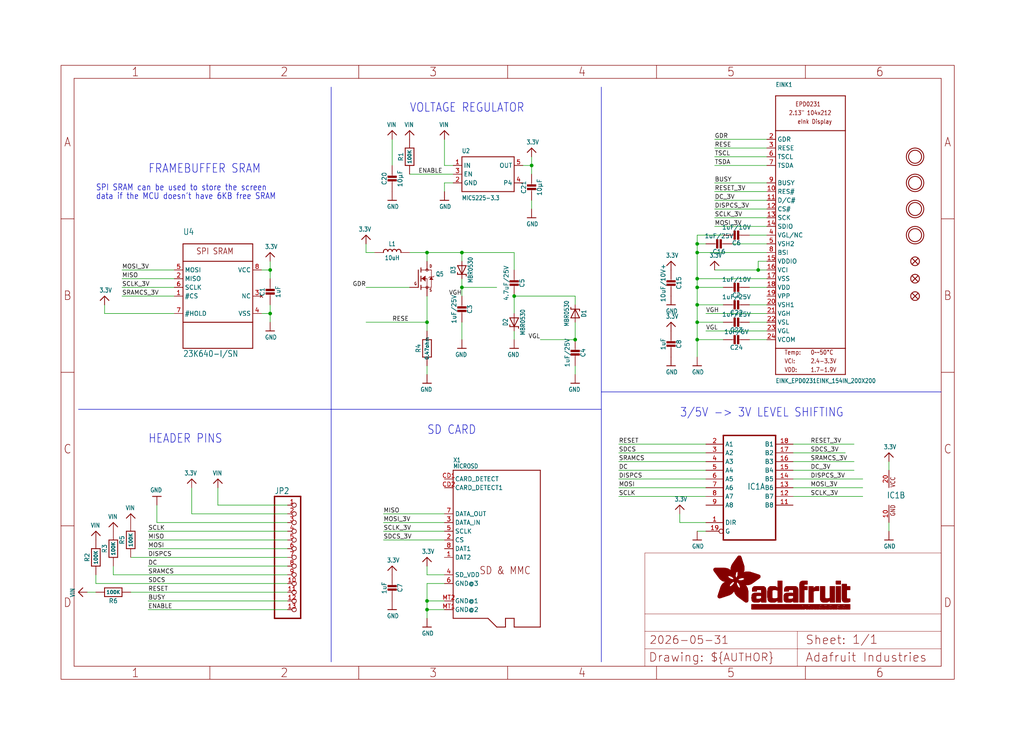
<source format=kicad_sch>
(kicad_sch (version 20230121) (generator eeschema)
  (paper "User" 298.45 217.322)
  (lib_symbols
    (symbol "working-eagle-import:3.3V" (power)
      (property "Value" "3.3V" (at -1.524 1.016 0))
      (symbol "3.3V_1_0"
        (pin power_in line (at 0 -2.54 90) (length 2.54) (name "3.3V") (number "1"))
      )
    )
    (symbol "working-eagle-import:74245TSSOP20"
      (property "Reference" "IC" (at -0.635 -0.635 0))
      (symbol "74245TSSOP20_1_0"
        (pin input line (at -12.7 -10.16 0) (length 5.08) (name "DIR") (number "1"))
        (pin bidirectional line (at 12.7 -5.08 180) (length 5.08) (name "B8") (number "11"))
        (pin bidirectional line (at 12.7 -2.54 180) (length 5.08) (name "B7") (number "12"))
        (pin bidirectional line (at 12.7 0 180) (length 5.08) (name "B6") (number "13"))
        (pin bidirectional line (at 12.7 2.54 180) (length 5.08) (name "B5") (number "14"))
        (pin bidirectional line (at 12.7 5.08 180) (length 5.08) (name "B4") (number "15"))
        (pin bidirectional line (at 12.7 7.62 180) (length 5.08) (name "B3") (number "16"))
        (pin bidirectional line (at 12.7 10.16 180) (length 5.08) (name "B2") (number "17"))
        (pin bidirectional line (at 12.7 12.7 180) (length 5.08) (name "B1") (number "18"))
        (pin input inverted (at -12.7 -12.7 0) (length 5.08) (name "G") (number "19"))
        (pin bidirectional line (at -12.7 12.7 0) (length 5.08) (name "A1") (number "2"))
        (pin bidirectional line (at -12.7 10.16 0) (length 5.08) (name "A2") (number "3"))
        (pin bidirectional line (at -12.7 7.62 0) (length 5.08) (name "A3") (number "4"))
        (pin bidirectional line (at -12.7 5.08 0) (length 5.08) (name "A4") (number "5"))
        (pin bidirectional line (at -12.7 2.54 0) (length 5.08) (name "A5") (number "6"))
        (pin bidirectional line (at -12.7 0 0) (length 5.08) (name "A6") (number "7"))
        (pin bidirectional line (at -12.7 -2.54 0) (length 5.08) (name "A7") (number "8"))
        (pin bidirectional line (at -12.7 -5.08 0) (length 5.08) (name "A8") (number "9"))
      )
      (symbol "74245TSSOP20_2_0"
        (text "GND" (at 1.905 -5.842 900) (effects (font (size 1.27 1.0795)) (justify left bottom)))
        (text "VCC" (at 1.905 2.54 900) (effects (font (size 1.27 1.0795)) (justify left bottom)))
        (pin power_in line (at 0 -7.62 90) (length 5.08) (name "GND") (number "10"))
        (pin power_in line (at 0 7.62 270) (length 5.08) (name "VCC") (number "20"))
      )
    )
    (symbol "working-eagle-import:CAP_CERAMIC0805-NOOUTLINE"
      (property "Reference" "C" (at -2.29 1.25 90))
      (symbol "CAP_CERAMIC0805-NOOUTLINE_1_0"
        (pin passive line (at 0 5.08 270) (length 2.54) (name "1") (number "1"))
        (pin passive line (at 0 -2.54 90) (length 2.54) (name "2") (number "2"))
      )
    )
    (symbol "working-eagle-import:CAP_CERAMIC0805_10MGAP"
      (property "Reference" "C" (at -2.29 1.25 90))
      (symbol "CAP_CERAMIC0805_10MGAP_1_0"
        (pin passive line (at 0 5.08 270) (length 2.54) (name "1") (number "1"))
        (pin passive line (at 0 -2.54 90) (length 2.54) (name "2") (number "2"))
      )
    )
    (symbol "working-eagle-import:DIODE-SCHOTTKYSOD-123"
      (property "Reference" "D" (at 0 2.54 0))
      (symbol "DIODE-SCHOTTKYSOD-123_1_0"
        (pin passive line (at -2.54 0 0) (length 2.54) (name "A") (number "A"))
        (pin passive line (at 2.54 0 180) (length 2.54) (name "C") (number "C"))
      )
    )
    (symbol "working-eagle-import:EINK_EPD0231EINK_154IN_200X200"
      (property "Reference" "EINK" (at -10.16 43.18 0))
      (symbol "EINK_EPD0231EINK_154IN_200X200_1_0"
        (text "0~~50°C" (at 0 -34.925 0) (effects (font (size 1.27 1.0795)) (justify left bottom)))
        (text "1.7-1.9V" (at 0 -40.005 0) (effects (font (size 1.27 1.0795)) (justify left bottom)))
        (text "2.13\" 104x212" (at -6.35 34.925 0) (effects (font (size 1.27 1.0795)) (justify left bottom)))
        (text "2.4-3.3V" (at 0 -37.465 0) (effects (font (size 1.27 1.0795)) (justify left bottom)))
        (text "eInk Display" (at -3.81 32.385 0) (effects (font (size 1.27 1.0795)) (justify left bottom)))
        (text "EPD0231" (at -4.445 37.465 0) (effects (font (size 1.27 1.0795)) (justify left bottom)))
        (text "Temp:" (at -7.62 -34.925 0) (effects (font (size 1.27 1.0795)) (justify left bottom)))
        (text "VCI:" (at -7.62 -37.465 0) (effects (font (size 1.27 1.0795)) (justify left bottom)))
        (text "VDD:" (at -7.62 -40.005 0) (effects (font (size 1.27 1.0795)) (justify left bottom)))
        (pin input line (at -12.7 12.7 0) (length 2.54) (name "RES#") (number "10"))
        (pin input line (at -12.7 10.16 0) (length 2.54) (name "D/C#") (number "11"))
        (pin input line (at -12.7 7.62 0) (length 2.54) (name "CS#") (number "12"))
        (pin bidirectional line (at -12.7 5.08 0) (length 2.54) (name "SCK") (number "13"))
        (pin bidirectional line (at -12.7 2.54 0) (length 2.54) (name "SDIO") (number "14"))
        (pin power_in line (at -12.7 -7.62 0) (length 2.54) (name "VDDIO") (number "15"))
        (pin power_in line (at -12.7 -10.16 0) (length 2.54) (name "VCI") (number "16"))
        (pin power_in line (at -12.7 -12.7 0) (length 2.54) (name "VSS") (number "17"))
        (pin passive line (at -12.7 -15.24 0) (length 2.54) (name "VDD") (number "18"))
        (pin passive line (at -12.7 -17.78 0) (length 2.54) (name "VPP") (number "19"))
        (pin output line (at -12.7 27.94 0) (length 2.54) (name "GDR") (number "2"))
        (pin passive line (at -12.7 -20.32 0) (length 2.54) (name "VSH1") (number "20"))
        (pin passive line (at -12.7 -22.86 0) (length 2.54) (name "VGH") (number "21"))
        (pin passive line (at -12.7 -25.4 0) (length 2.54) (name "VSL") (number "22"))
        (pin passive line (at -12.7 -27.94 0) (length 2.54) (name "VGL") (number "23"))
        (pin passive line (at -12.7 -30.48 0) (length 2.54) (name "VCOM") (number "24"))
        (pin input line (at -12.7 25.4 0) (length 2.54) (name "RESE") (number "3"))
        (pin bidirectional line (at -12.7 0 0) (length 2.54) (name "VGL/NC") (number "4"))
        (pin passive line (at -12.7 -2.54 0) (length 2.54) (name "VSH2") (number "5"))
        (pin output line (at -12.7 22.86 0) (length 2.54) (name "TSCL") (number "6"))
        (pin bidirectional line (at -12.7 20.32 0) (length 2.54) (name "TSDA") (number "7"))
        (pin input line (at -12.7 -5.08 0) (length 2.54) (name "BSI") (number "8"))
        (pin output line (at -12.7 15.24 0) (length 2.54) (name "BUSY") (number "9"))
      )
    )
    (symbol "working-eagle-import:FIDUCIAL_1MM")
    (symbol "working-eagle-import:FRAME_A4_ADAFRUIT"
      (symbol "FRAME_A4_ADAFRUIT_1_0"
        (text "${#}/${##}" (at 230.505 10.16 0) (effects (font (size 2.54 2.54)) (justify left bottom)))
        (text "${AUTHOR}" (at 189.23 5.08 0) (effects (font (size 2.286 2.286)) (justify left bottom)))
        (text "${CURRENT_DATE}" (at 171.45 10.16 0) (effects (font (size 2.286 2.286)) (justify left bottom)))
        (text "${PROJECTNAME}" (at 171.45 15.24 0) (effects (font (size 2.54 2.54)) (justify left bottom)))
        (text "1" (at 21.6958 1.905 0) (effects (font (size 2.54 2.286))))
        (text "1" (at 21.6958 177.165 0) (effects (font (size 2.54 2.286))))
        (text "2" (at 65.0875 1.905 0) (effects (font (size 2.54 2.286))))
        (text "2" (at 65.0875 177.165 0) (effects (font (size 2.54 2.286))))
        (text "3" (at 108.4792 1.905 0) (effects (font (size 2.54 2.286))))
        (text "3" (at 108.4792 177.165 0) (effects (font (size 2.54 2.286))))
        (text "4" (at 151.8708 1.905 0) (effects (font (size 2.54 2.286))))
        (text "4" (at 151.8708 177.165 0) (effects (font (size 2.54 2.286))))
        (text "5" (at 195.2625 1.905 0) (effects (font (size 2.54 2.286))))
        (text "5" (at 195.2625 177.165 0) (effects (font (size 2.54 2.286))))
        (text "6" (at 238.6542 1.905 0) (effects (font (size 2.54 2.286))))
        (text "6" (at 238.6542 177.165 0) (effects (font (size 2.54 2.286))))
        (text "A" (at 1.905 156.6863 0) (effects (font (size 2.54 2.286))))
        (text "A" (at 258.445 156.6863 0) (effects (font (size 2.54 2.286))))
        (text "Adafruit Industries" (at 216.916 4.953 0) (effects (font (size 2.54 2.54)) (justify left bottom)))
        (text "B" (at 1.905 111.9188 0) (effects (font (size 2.54 2.286))))
        (text "B" (at 258.445 111.9188 0) (effects (font (size 2.54 2.286))))
        (text "C" (at 1.905 67.1513 0) (effects (font (size 2.54 2.286))))
        (text "C" (at 258.445 67.1513 0) (effects (font (size 2.54 2.286))))
        (text "D" (at 1.905 22.3838 0) (effects (font (size 2.54 2.286))))
        (text "D" (at 258.445 22.3838 0) (effects (font (size 2.54 2.286))))
        (text "Drawing:" (at 171.196 4.953 0) (effects (font (size 2.54 2.54)) (justify left bottom)))
        (text "Sheet:" (at 216.916 10.033 0) (effects (font (size 2.54 2.54)) (justify left bottom)))
      )
    )
    (symbol "working-eagle-import:GND" (power)
      (property "Value" "GND" (at -1.524 -2.54 0))
      (symbol "GND_1_0"
        (pin power_in line (at 0 2.54 270) (length 2.54) (name "GND") (number "1"))
      )
    )
    (symbol "working-eagle-import:HEADER-1X13"
      (property "Reference" "JP" (at -6.35 18.415 0))
      (symbol "HEADER-1X13_1_0"
        (pin passive inverted (at -2.54 15.24 0) (length 2.54) (name "1") (number "1"))
        (pin passive inverted (at -2.54 -7.62 0) (length 2.54) (name "10") (number "10"))
        (pin passive inverted (at -2.54 -10.16 0) (length 2.54) (name "11") (number "11"))
        (pin passive inverted (at -2.54 -12.7 0) (length 2.54) (name "12") (number "12"))
        (pin passive inverted (at -2.54 -15.24 0) (length 2.54) (name "13") (number "13"))
        (pin passive inverted (at -2.54 12.7 0) (length 2.54) (name "2") (number "2"))
        (pin passive inverted (at -2.54 10.16 0) (length 2.54) (name "3") (number "3"))
        (pin passive inverted (at -2.54 7.62 0) (length 2.54) (name "4") (number "4"))
        (pin passive inverted (at -2.54 5.08 0) (length 2.54) (name "5") (number "5"))
        (pin passive inverted (at -2.54 2.54 0) (length 2.54) (name "6") (number "6"))
        (pin passive inverted (at -2.54 0 0) (length 2.54) (name "7") (number "7"))
        (pin passive inverted (at -2.54 -2.54 0) (length 2.54) (name "8") (number "8"))
        (pin passive inverted (at -2.54 -5.08 0) (length 2.54) (name "9") (number "9"))
      )
    )
    (symbol "working-eagle-import:INDUCTORNR401"
      (property "Reference" "L" (at 0 2.54 0))
      (symbol "INDUCTORNR401_1_0"
        (pin passive line (at -5.08 0 0) (length 2.54) (name "1") (number "P$1"))
        (pin passive line (at 5.08 0 180) (length 2.54) (name "2") (number "P$2"))
      )
    )
    (symbol "working-eagle-import:IRLML2060TRPBF"
      (property "Reference" "Q" (at 5.08 0.635 0))
      (symbol "IRLML2060TRPBF_1_0"
        (text "D" (at 3.175 3.175 0) (effects (font (size 0.8128 0.6908)) (justify left bottom)))
        (text "G" (at -1.27 -1.905 0) (effects (font (size 0.8128 0.6908)) (justify left bottom)))
        (text "S" (at 3.175 -3.81 0) (effects (font (size 0.8128 0.6908)) (justify left bottom)))
        (pin bidirectional line (at -2.54 -2.54 0) (length 2.54) (name "G") (number "1"))
        (pin bidirectional line (at 2.54 -5.08 90) (length 2.54) (name "S") (number "2"))
        (pin bidirectional line (at 2.54 5.08 270) (length 2.54) (name "D") (number "3"))
      )
    )
    (symbol "working-eagle-import:MICROSD"
      (property "Reference" "X" (at -12.7 22.606 0))
      (symbol "MICROSD_1_0"
        (text "SD & MMC" (at -5.08 -10.16 0) (effects (font (size 2.1844 1.8567)) (justify left bottom)))
        (pin bidirectional line (at -15.24 -5.08 0) (length 2.54) (name "DAT2") (number "1"))
        (pin input line (at -15.24 0 0) (length 2.54) (name "CS") (number "2"))
        (pin input line (at -15.24 5.08 0) (length 2.54) (name "DATA_IN") (number "3"))
        (pin power_in line (at -15.24 -10.16 0) (length 2.54) (name "SD_VDD") (number "4"))
        (pin input line (at -15.24 2.54 0) (length 2.54) (name "SCLK") (number "5"))
        (pin power_in line (at -15.24 -12.7 0) (length 2.54) (name "GND@3") (number "6"))
        (pin output line (at -15.24 7.62 0) (length 2.54) (name "DATA_OUT") (number "7"))
        (pin bidirectional line (at -15.24 -2.54 0) (length 2.54) (name "DAT1") (number "8"))
        (pin passive line (at -15.24 17.78 0) (length 2.54) (name "CARD_DETECT") (number "CD1"))
        (pin passive line (at -15.24 15.24 0) (length 2.54) (name "CARD_DETECT1") (number "CD2"))
        (pin power_in line (at -15.24 -20.32 0) (length 2.54) (name "GND@2") (number "MT1"))
        (pin power_in line (at -15.24 -17.78 0) (length 2.54) (name "GND@1") (number "MT2"))
      )
    )
    (symbol "working-eagle-import:MOUNTINGHOLE2.5")
    (symbol "working-eagle-import:RESISTOR0805_10MGAP"
      (property "Reference" "R" (at 0 2.54 0))
      (symbol "RESISTOR0805_10MGAP_1_0"
        (pin passive line (at -5.08 0 0) (length 2.54) (name "1") (number "1"))
        (pin passive line (at 5.08 0 180) (length 2.54) (name "2") (number "2"))
      )
    )
    (symbol "working-eagle-import:RESISTOR0805_NOOUTLINE"
      (property "Reference" "R" (at 0 2.54 0))
      (symbol "RESISTOR0805_NOOUTLINE_1_0"
        (pin passive line (at -5.08 0 0) (length 2.54) (name "1") (number "1"))
        (pin passive line (at 5.08 0 180) (length 2.54) (name "2") (number "2"))
      )
    )
    (symbol "working-eagle-import:SRAM_SPI_SOIC8"
      (property "Reference" "U" (at -10.16 17.78 0))
      (symbol "SRAM_SPI_SOIC8_1_0"
        (text "SPI SRAM" (at -6.35 12.065 0) (effects (font (size 1.778 1.5113)) (justify left bottom)))
        (pin input line (at -12.7 0 0) (length 2.54) (name "#CS") (number "1"))
        (pin output line (at -12.7 5.08 0) (length 2.54) (name "MISO") (number "2"))
        (pin no_connect line (at 12.7 0 180) (length 2.54) (name "NC") (number "3"))
        (pin power_in line (at 12.7 -5.08 180) (length 2.54) (name "VSS") (number "4"))
        (pin input line (at -12.7 7.62 0) (length 2.54) (name "MOSI") (number "5"))
        (pin input line (at -12.7 2.54 0) (length 2.54) (name "SCLK") (number "6"))
        (pin input line (at -12.7 -5.08 0) (length 2.54) (name "#HOLD") (number "7"))
        (pin power_in line (at 12.7 7.62 180) (length 2.54) (name "VCC") (number "8"))
      )
    )
    (symbol "working-eagle-import:VIN" (power)
      (property "Value" "VIN" (at -1.524 1.016 0))
      (symbol "VIN_1_0"
        (pin power_in line (at 0 -2.54 90) (length 2.54) (name "VIN") (number "1"))
      )
    )
    (symbol "working-eagle-import:VREG_SOT23-5"
      (property "Reference" "U" (at -7.62 6.096 0))
      (symbol "VREG_SOT23-5_1_0"
        (pin power_in line (at -10.16 2.54 0) (length 2.54) (name "IN") (number "1"))
        (pin power_in line (at -10.16 -2.54 0) (length 2.54) (name "GND") (number "2"))
        (pin input line (at -10.16 0 0) (length 2.54) (name "EN") (number "3"))
        (pin bidirectional line (at 10.16 -2.54 180) (length 2.54) (name "P4") (number "4"))
        (pin power_in line (at 10.16 2.54 180) (length 2.54) (name "OUT") (number "5"))
      )
    )
  )
  (junction (at 134.62 83.82))
  (junction (at 203.2 83.82))
  (junction (at 134.62 73.66))
  (junction (at 203.2 71.12))
  (junction (at 149.86 86.36))
  (junction (at 124.46 73.66))
  (junction (at 203.2 73.66))
  (junction (at 203.2 81.28))
  (junction (at 167.64 99.06))
  (junction (at 203.2 93.98))
  (junction (at 220.98 78.74))
  (junction (at 78.74 91.44))
  (junction (at 124.46 93.98))
  (junction (at 203.2 88.9))
  (junction (at 78.74 78.74))
  (junction (at 203.2 99.06))
  (junction (at 154.94 48.26))
  (junction (at 124.46 177.8))
  (junction (at 124.46 175.26))
  (wire (pts (xy 223.52 53.34) (xy 208.28 53.34)) (stroke (width 0.1524)))
  (wire (pts (xy 45.72 147.32) (xy 45.72 152.4)) (stroke (width 0.1524)))
  (wire (pts (xy 223.52 71.12) (xy 213.36 71.12)) (stroke (width 0.1524)))
  (wire (pts (xy 154.94 58.42) (xy 154.94 60.96)) (stroke (width 0.1524)))
  (wire (pts (xy 132.08 48.26) (xy 129.54 48.26)) (stroke (width 0.1524)))
  (wire (pts (xy 45.72 152.4) (xy 83.82 152.4)) (stroke (width 0.1524)))
  (wire (pts (xy 33.02 167.64) (xy 33.02 165.1)) (stroke (width 0.1524)))
  (wire (pts (xy 124.46 86.36) (xy 124.46 93.98)) (stroke (width 0.1524)))
  (wire (pts (xy 83.82 162.56) (xy 38.1 162.56)) (stroke (width 0.1524)))
  (polyline (pts (xy 175.26 114.3) (xy 274.32 114.3)) (stroke (width 0.1524) (type solid)))
  (wire (pts (xy 129.54 167.64) (xy 124.46 167.64)) (stroke (width 0.1524)))
  (wire (pts (xy 205.74 132.08) (xy 180.34 132.08)) (stroke (width 0.1524)))
  (wire (pts (xy 223.52 83.82) (xy 218.44 83.82)) (stroke (width 0.1524)))
  (wire (pts (xy 218.44 88.9) (xy 223.52 88.9)) (stroke (width 0.1524)))
  (wire (pts (xy 203.2 93.98) (xy 203.2 88.9)) (stroke (width 0.1524)))
  (wire (pts (xy 152.4 48.26) (xy 154.94 48.26)) (stroke (width 0.1524)))
  (wire (pts (xy 205.74 129.54) (xy 180.34 129.54)) (stroke (width 0.1524)))
  (wire (pts (xy 78.74 78.74) (xy 78.74 76.2)) (stroke (width 0.1524)))
  (wire (pts (xy 259.08 154.94) (xy 259.08 152.4)) (stroke (width 0.1524)))
  (wire (pts (xy 205.74 137.16) (xy 180.34 137.16)) (stroke (width 0.1524)))
  (wire (pts (xy 210.82 88.9) (xy 203.2 88.9)) (stroke (width 0.1524)))
  (polyline (pts (xy 96.52 25.4) (xy 96.52 119.38)) (stroke (width 0.1524) (type solid)))
  (wire (pts (xy 203.2 71.12) (xy 205.74 71.12)) (stroke (width 0.1524)))
  (wire (pts (xy 208.28 45.72) (xy 223.52 45.72)) (stroke (width 0.1524)))
  (wire (pts (xy 157.48 99.06) (xy 167.64 99.06)) (stroke (width 0.1524)))
  (wire (pts (xy 129.54 149.86) (xy 111.76 149.86)) (stroke (width 0.1524)))
  (wire (pts (xy 27.94 170.18) (xy 27.94 167.64)) (stroke (width 0.1524)))
  (wire (pts (xy 231.14 129.54) (xy 248.92 129.54)) (stroke (width 0.1524)))
  (wire (pts (xy 210.82 83.82) (xy 203.2 83.82)) (stroke (width 0.1524)))
  (wire (pts (xy 114.3 40.64) (xy 114.3 48.26)) (stroke (width 0.1524)))
  (wire (pts (xy 208.28 55.88) (xy 223.52 55.88)) (stroke (width 0.1524)))
  (polyline (pts (xy 96.52 119.38) (xy 96.52 193.04)) (stroke (width 0.1524) (type solid)))
  (wire (pts (xy 205.74 142.24) (xy 180.34 142.24)) (stroke (width 0.1524)))
  (wire (pts (xy 132.08 50.8) (xy 119.38 50.8)) (stroke (width 0.1524)))
  (wire (pts (xy 198.12 152.4) (xy 198.12 149.86)) (stroke (width 0.1524)))
  (polyline (pts (xy 175.26 25.4) (xy 175.26 114.3)) (stroke (width 0.1524) (type solid)))
  (wire (pts (xy 76.2 78.74) (xy 78.74 78.74)) (stroke (width 0.1524)))
  (wire (pts (xy 78.74 88.9) (xy 78.74 91.44)) (stroke (width 0.1524)))
  (wire (pts (xy 203.2 81.28) (xy 203.2 73.66)) (stroke (width 0.1524)))
  (wire (pts (xy 149.86 91.44) (xy 149.86 86.36)) (stroke (width 0.1524)))
  (wire (pts (xy 35.56 78.74) (xy 50.8 78.74)) (stroke (width 0.1524)))
  (wire (pts (xy 208.28 63.5) (xy 223.52 63.5)) (stroke (width 0.1524)))
  (wire (pts (xy 106.68 73.66) (xy 109.22 73.66)) (stroke (width 0.1524)))
  (wire (pts (xy 223.52 66.04) (xy 208.28 66.04)) (stroke (width 0.1524)))
  (wire (pts (xy 203.2 73.66) (xy 203.2 71.12)) (stroke (width 0.1524)))
  (wire (pts (xy 231.14 144.78) (xy 251.46 144.78)) (stroke (width 0.1524)))
  (polyline (pts (xy 175.26 119.38) (xy 175.26 193.04)) (stroke (width 0.1524) (type solid)))
  (wire (pts (xy 231.14 132.08) (xy 246.38 132.08)) (stroke (width 0.1524)))
  (wire (pts (xy 106.68 83.82) (xy 119.38 83.82)) (stroke (width 0.1524)))
  (wire (pts (xy 83.82 170.18) (xy 27.94 170.18)) (stroke (width 0.1524)))
  (wire (pts (xy 83.82 149.86) (xy 55.88 149.86)) (stroke (width 0.1524)))
  (wire (pts (xy 106.68 71.12) (xy 106.68 73.66)) (stroke (width 0.1524)))
  (wire (pts (xy 231.14 134.62) (xy 248.92 134.62)) (stroke (width 0.1524)))
  (wire (pts (xy 134.62 93.98) (xy 134.62 99.06)) (stroke (width 0.1524)))
  (polyline (pts (xy 22.86 119.38) (xy 96.52 119.38)) (stroke (width 0.1524) (type solid)))
  (wire (pts (xy 210.82 93.98) (xy 203.2 93.98)) (stroke (width 0.1524)))
  (wire (pts (xy 134.62 73.66) (xy 134.62 76.2)) (stroke (width 0.1524)))
  (wire (pts (xy 63.5 147.32) (xy 83.82 147.32)) (stroke (width 0.1524)))
  (wire (pts (xy 231.14 137.16) (xy 248.92 137.16)) (stroke (width 0.1524)))
  (wire (pts (xy 83.82 177.8) (xy 43.18 177.8)) (stroke (width 0.1524)))
  (wire (pts (xy 38.1 172.72) (xy 83.82 172.72)) (stroke (width 0.1524)))
  (wire (pts (xy 83.82 167.64) (xy 33.02 167.64)) (stroke (width 0.1524)))
  (wire (pts (xy 111.76 154.94) (xy 129.54 154.94)) (stroke (width 0.1524)))
  (wire (pts (xy 203.2 83.82) (xy 203.2 81.28)) (stroke (width 0.1524)))
  (wire (pts (xy 124.46 170.18) (xy 124.46 175.26)) (stroke (width 0.1524)))
  (wire (pts (xy 218.44 99.06) (xy 223.52 99.06)) (stroke (width 0.1524)))
  (wire (pts (xy 203.2 104.14) (xy 203.2 99.06)) (stroke (width 0.1524)))
  (wire (pts (xy 203.2 99.06) (xy 203.2 93.98)) (stroke (width 0.1524)))
  (wire (pts (xy 132.08 53.34) (xy 129.54 53.34)) (stroke (width 0.1524)))
  (wire (pts (xy 43.18 165.1) (xy 83.82 165.1)) (stroke (width 0.1524)))
  (wire (pts (xy 210.82 99.06) (xy 203.2 99.06)) (stroke (width 0.1524)))
  (wire (pts (xy 259.08 134.62) (xy 259.08 137.16)) (stroke (width 0.1524)))
  (wire (pts (xy 208.28 48.26) (xy 223.52 48.26)) (stroke (width 0.1524)))
  (wire (pts (xy 50.8 81.28) (xy 35.56 81.28)) (stroke (width 0.1524)))
  (wire (pts (xy 63.5 147.32) (xy 63.5 142.24)) (stroke (width 0.1524)))
  (wire (pts (xy 50.8 91.44) (xy 30.48 91.44)) (stroke (width 0.1524)))
  (wire (pts (xy 220.98 78.74) (xy 208.28 78.74)) (stroke (width 0.1524)))
  (wire (pts (xy 124.46 96.52) (xy 124.46 93.98)) (stroke (width 0.1524)))
  (wire (pts (xy 180.34 139.7) (xy 205.74 139.7)) (stroke (width 0.1524)))
  (wire (pts (xy 208.28 43.18) (xy 223.52 43.18)) (stroke (width 0.1524)))
  (wire (pts (xy 220.98 78.74) (xy 223.52 78.74)) (stroke (width 0.1524)))
  (polyline (pts (xy 96.52 119.38) (xy 175.26 119.38)) (stroke (width 0.1524) (type solid)))
  (wire (pts (xy 134.62 86.36) (xy 134.62 83.82)) (stroke (width 0.1524)))
  (wire (pts (xy 223.52 73.66) (xy 203.2 73.66)) (stroke (width 0.1524)))
  (wire (pts (xy 124.46 167.64) (xy 124.46 165.1)) (stroke (width 0.1524)))
  (wire (pts (xy 223.52 96.52) (xy 205.74 96.52)) (stroke (width 0.1524)))
  (wire (pts (xy 208.28 60.96) (xy 223.52 60.96)) (stroke (width 0.1524)))
  (wire (pts (xy 203.2 154.94) (xy 205.74 154.94)) (stroke (width 0.1524)))
  (wire (pts (xy 231.14 142.24) (xy 251.46 142.24)) (stroke (width 0.1524)))
  (wire (pts (xy 129.54 48.26) (xy 129.54 40.64)) (stroke (width 0.1524)))
  (wire (pts (xy 205.74 152.4) (xy 198.12 152.4)) (stroke (width 0.1524)))
  (wire (pts (xy 83.82 157.48) (xy 43.18 157.48)) (stroke (width 0.1524)))
  (wire (pts (xy 167.64 109.22) (xy 167.64 106.68)) (stroke (width 0.1524)))
  (wire (pts (xy 129.54 157.48) (xy 111.76 157.48)) (stroke (width 0.1524)))
  (wire (pts (xy 203.2 68.58) (xy 203.2 71.12)) (stroke (width 0.1524)))
  (wire (pts (xy 124.46 109.22) (xy 124.46 106.68)) (stroke (width 0.1524)))
  (wire (pts (xy 144.78 83.82) (xy 134.62 83.82)) (stroke (width 0.1524)))
  (wire (pts (xy 223.52 76.2) (xy 220.98 76.2)) (stroke (width 0.1524)))
  (wire (pts (xy 149.86 73.66) (xy 149.86 78.74)) (stroke (width 0.1524)))
  (wire (pts (xy 129.54 53.34) (xy 129.54 55.88)) (stroke (width 0.1524)))
  (wire (pts (xy 83.82 160.02) (xy 43.18 160.02)) (stroke (width 0.1524)))
  (wire (pts (xy 167.64 86.36) (xy 149.86 86.36)) (stroke (width 0.1524)))
  (wire (pts (xy 83.82 154.94) (xy 43.18 154.94)) (stroke (width 0.1524)))
  (wire (pts (xy 180.34 144.78) (xy 205.74 144.78)) (stroke (width 0.1524)))
  (wire (pts (xy 205.74 134.62) (xy 180.34 134.62)) (stroke (width 0.1524)))
  (wire (pts (xy 43.18 175.26) (xy 83.82 175.26)) (stroke (width 0.1524)))
  (wire (pts (xy 167.64 99.06) (xy 167.64 93.98)) (stroke (width 0.1524)))
  (wire (pts (xy 111.76 152.4) (xy 129.54 152.4)) (stroke (width 0.1524)))
  (wire (pts (xy 27.94 172.72) (xy 25.4 172.72)) (stroke (width 0.1524)))
  (wire (pts (xy 154.94 48.26) (xy 154.94 50.8)) (stroke (width 0.1524)))
  (wire (pts (xy 223.52 81.28) (xy 203.2 81.28)) (stroke (width 0.1524)))
  (wire (pts (xy 134.62 81.28) (xy 134.62 83.82)) (stroke (width 0.1524)))
  (wire (pts (xy 223.52 58.42) (xy 208.28 58.42)) (stroke (width 0.1524)))
  (wire (pts (xy 124.46 177.8) (xy 124.46 180.34)) (stroke (width 0.1524)))
  (wire (pts (xy 55.88 149.86) (xy 55.88 142.24)) (stroke (width 0.1524)))
  (wire (pts (xy 223.52 68.58) (xy 218.44 68.58)) (stroke (width 0.1524)))
  (wire (pts (xy 223.52 91.44) (xy 205.74 91.44)) (stroke (width 0.1524)))
  (wire (pts (xy 35.56 86.36) (xy 50.8 86.36)) (stroke (width 0.1524)))
  (wire (pts (xy 35.56 83.82) (xy 50.8 83.82)) (stroke (width 0.1524)))
  (polyline (pts (xy 175.26 114.3) (xy 175.26 119.38)) (stroke (width 0.1524) (type solid)))
  (wire (pts (xy 134.62 73.66) (xy 149.86 73.66)) (stroke (width 0.1524)))
  (wire (pts (xy 167.64 88.9) (xy 167.64 86.36)) (stroke (width 0.1524)))
  (wire (pts (xy 129.54 177.8) (xy 124.46 177.8)) (stroke (width 0.1524)))
  (wire (pts (xy 124.46 73.66) (xy 119.38 73.66)) (stroke (width 0.1524)))
  (wire (pts (xy 210.82 68.58) (xy 203.2 68.58)) (stroke (width 0.1524)))
  (wire (pts (xy 78.74 91.44) (xy 78.74 93.98)) (stroke (width 0.1524)))
  (wire (pts (xy 76.2 91.44) (xy 78.74 91.44)) (stroke (width 0.1524)))
  (wire (pts (xy 203.2 88.9) (xy 203.2 83.82)) (stroke (width 0.1524)))
  (wire (pts (xy 223.52 40.64) (xy 208.28 40.64)) (stroke (width 0.1524)))
  (wire (pts (xy 231.14 139.7) (xy 251.46 139.7)) (stroke (width 0.1524)))
  (wire (pts (xy 124.46 73.66) (xy 134.62 73.66)) (stroke (width 0.1524)))
  (wire (pts (xy 124.46 175.26) (xy 124.46 177.8)) (stroke (width 0.1524)))
  (wire (pts (xy 124.46 76.2) (xy 124.46 73.66)) (stroke (width 0.1524)))
  (wire (pts (xy 149.86 96.52) (xy 149.86 99.06)) (stroke (width 0.1524)))
  (wire (pts (xy 129.54 170.18) (xy 124.46 170.18)) (stroke (width 0.1524)))
  (wire (pts (xy 78.74 78.74) (xy 78.74 81.28)) (stroke (width 0.1524)))
  (wire (pts (xy 154.94 48.26) (xy 154.94 45.72)) (stroke (width 0.1524)))
  (wire (pts (xy 218.44 93.98) (xy 223.52 93.98)) (stroke (width 0.1524)))
  (wire (pts (xy 129.54 175.26) (xy 124.46 175.26)) (stroke (width 0.1524)))
  (wire (pts (xy 30.48 91.44) (xy 30.48 88.9)) (stroke (width 0.1524)))
  (wire (pts (xy 124.46 93.98) (xy 106.68 93.98)) (stroke (width 0.1524)))
  (wire (pts (xy 220.98 76.2) (xy 220.98 78.74)) (stroke (width 0.1524)))
  (text "SPI SRAM can be used to store the screen" (at 27.94 55.88 0) (effects (font (size 1.778 1.5113)) (justify left bottom)))
  (text "HEADER PINS" (at 43.18 129.54 0) (effects (font (size 2.54 2.159)) (justify left bottom)))
  (text "data if the MCU doesn't have 6KB free SRAM" (at 27.94 58.42 0) (effects (font (size 1.778 1.5113)) (justify left bottom)))
  (text "FRAMEBUFFER SRAM" (at 43.18 50.8 0) (effects (font (size 2.54 2.159)) (justify left bottom)))
  (text "3/5V -> 3V LEVEL SHIFTING" (at 198.12 121.92 0) (effects (font (size 2.54 2.159)) (justify left bottom)))
  (text "VOLTAGE REGULATOR" (at 119.38 33.02 0) (effects (font (size 2.54 2.159)) (justify left bottom)))
  (text "SD CARD" (at 124.46 127 0) (effects (font (size 2.54 2.159)) (justify left bottom)))
  (label "TSCL" (at 208.28 45.72 0) (effects (font (size 1.2446 1.2446))))
  (label "SCLK_3V" (at 35.56 83.82 0) (effects (font (size 1.2446 1.2446))))
  (label "MOSI" (at 180.34 142.24 0) (effects (font (size 1.2446 1.2446))))
  (label "BUSY" (at 208.28 53.34 0) (effects (font (size 1.2446 1.2446))))
  (label "VGL" (at 205.74 96.52 0) (effects (font (size 1.2446 1.2446))))
  (label "VGH" (at 134.62 86.36 180) (effects (font (size 1.2446 1.2446))))
  (label "SDCS_3V" (at 236.22 132.08 0) (effects (font (size 1.2446 1.2446))))
  (label "DC" (at 43.18 165.1 0) (effects (font (size 1.2446 1.2446))))
  (label "DC_3V" (at 208.28 58.42 0) (effects (font (size 1.2446 1.2446))))
  (label "BUSY" (at 43.18 175.26 0) (effects (font (size 1.2446 1.2446))))
  (label "MOSI_3V" (at 111.76 152.4 0) (effects (font (size 1.2446 1.2446))))
  (label "SRAMCS" (at 180.34 134.62 0) (effects (font (size 1.2446 1.2446))))
  (label "SCLK_3V" (at 208.28 63.5 0) (effects (font (size 1.2446 1.2446))))
  (label "RESET_3V" (at 208.28 55.88 0) (effects (font (size 1.2446 1.2446))))
  (label "VGH" (at 205.74 91.44 0) (effects (font (size 1.2446 1.2446))))
  (label "TSDA" (at 208.28 48.26 0) (effects (font (size 1.2446 1.2446))))
  (label "MISO" (at 35.56 81.28 0) (effects (font (size 1.2446 1.2446))))
  (label "RESET" (at 180.34 129.54 0) (effects (font (size 1.2446 1.2446))))
  (label "RESE" (at 208.28 43.18 0) (effects (font (size 1.2446 1.2446))))
  (label "MOSI" (at 43.18 160.02 0) (effects (font (size 1.2446 1.2446))))
  (label "DISPCS_3V" (at 208.28 60.96 0) (effects (font (size 1.2446 1.2446))))
  (label "DC" (at 180.34 137.16 0) (effects (font (size 1.2446 1.2446))))
  (label "MOSI_3V" (at 208.28 66.04 0) (effects (font (size 1.2446 1.2446))))
  (label "SRAMCS_3V" (at 236.22 134.62 0) (effects (font (size 1.2446 1.2446))))
  (label "MISO" (at 111.76 149.86 0) (effects (font (size 1.2446 1.2446))))
  (label "ENABLE" (at 121.92 50.8 0) (effects (font (size 1.2446 1.2446))))
  (label "SCLK_3V" (at 111.76 154.94 0) (effects (font (size 1.2446 1.2446))))
  (label "ENABLE" (at 43.18 177.8 0) (effects (font (size 1.2446 1.2446))))
  (label "SCLK" (at 180.34 144.78 0) (effects (font (size 1.2446 1.2446))))
  (label "DISPCS" (at 43.18 162.56 0) (effects (font (size 1.2446 1.2446))))
  (label "RESE" (at 114.3 93.98 0) (effects (font (size 1.2446 1.2446))))
  (label "SCLK_3V" (at 236.22 144.78 0) (effects (font (size 1.2446 1.2446))))
  (label "SCLK" (at 43.18 154.94 0) (effects (font (size 1.2446 1.2446))))
  (label "DC_3V" (at 236.22 137.16 0) (effects (font (size 1.2446 1.2446))))
  (label "SRAMCS" (at 43.18 167.64 0) (effects (font (size 1.2446 1.2446))))
  (label "GDR" (at 106.68 83.82 180) (effects (font (size 1.2446 1.2446))))
  (label "VGL" (at 157.48 99.06 180) (effects (font (size 1.2446 1.2446))))
  (label "MOSI_3V" (at 236.22 142.24 0) (effects (font (size 1.2446 1.2446))))
  (label "SDCS_3V" (at 111.76 157.48 0) (effects (font (size 1.2446 1.2446))))
  (label "SDCS" (at 180.34 132.08 0) (effects (font (size 1.2446 1.2446))))
  (label "GDR" (at 208.28 40.64 0) (effects (font (size 1.2446 1.2446))))
  (label "DISPCS" (at 180.34 139.7 0) (effects (font (size 1.2446 1.2446))))
  (label "SRAMCS_3V" (at 35.56 86.36 0) (effects (font (size 1.2446 1.2446))))
  (label "DISPCS_3V" (at 236.22 139.7 0) (effects (font (size 1.2446 1.2446))))
  (label "MISO" (at 43.18 157.48 0) (effects (font (size 1.2446 1.2446))))
  (label "RESET_3V" (at 236.22 129.54 0) (effects (font (size 1.2446 1.2446))))
  (label "MOSI_3V" (at 35.56 78.74 0) (effects (font (size 1.2446 1.2446))))
  (label "SDCS" (at 43.18 170.18 0) (effects (font (size 1.2446 1.2446))))
  (label "RESET" (at 43.18 172.72 0) (effects (font (size 1.2446 1.2446))))
  (symbol (lib_id "working-eagle-import:GND") (at 203.2 106.68 0) (unit 1)
    (property "Reference" "#U$15" (effects hide))
    (property "Value" "GND" (at 201.676 109.22 0) (effects (font (size 1.27 1.0795)) (justify left bottom)))
  )
  (symbol (lib_id "working-eagle-import:FRAME_A4_ADAFRUIT") (at 17.78 198.12 0) (unit 1)
    (property "Reference" "#U$43" (effects hide))
    (property "Value" "FRAME_A4_ADAFRUIT" (effects hide))
  )
  (symbol (lib_id "working-eagle-import:VREG_SOT23-5") (at 142.24 50.8 0) (unit 1)
    (property "Reference" "U2" (at 134.62 44.704 0) (effects (font (size 1.27 1.0795)) (justify left bottom)))
    (property "Value" "MIC5225-3.3" (at 134.62 58.42 0) (effects (font (size 1.27 1.0795)) (justify left bottom)))
    (property "Footprint" "working:SOT23-5" (effects hide))
  )
  (symbol (lib_id "working-eagle-import:3.3V") (at 114.3 165.1 0) (unit 1)
    (property "Reference" "#U$40" (effects hide))
    (property "Value" "3.3V" (at 112.776 164.084 0) (effects (font (size 1.27 1.0795)) (justify left bottom)))
  )
  (symbol (lib_id "working-eagle-import:CAP_CERAMIC0805-NOOUTLINE") (at 215.9 68.58 90) (unit 1)
    (property "Reference" "C6" (at 214.65 70.87 90))
    (property "Value" "1uF/10V" (at 214.65 66.28 90))
    (property "Footprint" "working:0805-NO" (effects hide))
  )
  (symbol (lib_id "working-eagle-import:MOUNTINGHOLE2.5") (at 266.7 45.72 90) (unit 1)
    (property "Reference" "U$3" (effects hide))
    (property "Value" "MOUNTINGHOLE2.5" (effects hide))
    (property "Footprint" "working:MOUNTINGHOLE_2.5_PLATED" (effects hide))
  )
  (symbol (lib_id "working-eagle-import:3.3V") (at 124.46 162.56 0) (unit 1)
    (property "Reference" "#U$31" (effects hide))
    (property "Value" "3.3V" (at 122.936 161.544 0) (effects (font (size 1.27 1.0795)) (justify left bottom)))
  )
  (symbol (lib_id "working-eagle-import:CAP_CERAMIC0805-NOOUTLINE") (at 154.94 55.88 0) (unit 1)
    (property "Reference" "C21" (at 152.65 54.63 90))
    (property "Value" "10µF" (at 157.24 54.63 90))
    (property "Footprint" "working:0805-NO" (effects hide))
  )
  (symbol (lib_id "working-eagle-import:GND") (at 195.58 88.9 0) (unit 1)
    (property "Reference" "#U$38" (effects hide))
    (property "Value" "GND" (at 194.056 91.44 0) (effects (font (size 1.27 1.0795)) (justify left bottom)))
  )
  (symbol (lib_id "working-eagle-import:VIN") (at 119.38 38.1 0) (unit 1)
    (property "Reference" "#U$30" (effects hide))
    (property "Value" "VIN" (at 117.856 37.084 0) (effects (font (size 1.27 1.0795)) (justify left bottom)))
  )
  (symbol (lib_id "working-eagle-import:VIN") (at 27.94 154.94 0) (unit 1)
    (property "Reference" "#U$33" (effects hide))
    (property "Value" "VIN" (at 26.416 153.924 0) (effects (font (size 1.27 1.0795)) (justify left bottom)))
  )
  (symbol (lib_id "working-eagle-import:3.3V") (at 78.74 73.66 0) (unit 1)
    (property "Reference" "#U$12" (effects hide))
    (property "Value" "3.3V" (at 77.216 72.644 0) (effects (font (size 1.27 1.0795)) (justify left bottom)))
  )
  (symbol (lib_id "working-eagle-import:GND") (at 167.64 111.76 0) (mirror y) (unit 1)
    (property "Reference" "#U$7" (effects hide))
    (property "Value" "GND" (at 169.164 114.3 0) (effects (font (size 1.27 1.0795)) (justify left bottom)))
  )
  (symbol (lib_id "working-eagle-import:CAP_CERAMIC0805-NOOUTLINE") (at 215.9 99.06 90) (unit 1)
    (property "Reference" "C24" (at 214.65 101.35 90))
    (property "Value" "1uF/6V" (at 214.65 96.76 90))
    (property "Footprint" "working:0805-NO" (effects hide))
  )
  (symbol (lib_id "working-eagle-import:GND") (at 149.86 101.6 0) (mirror y) (unit 1)
    (property "Reference" "#U$16" (effects hide))
    (property "Value" "GND" (at 151.384 104.14 0) (effects (font (size 1.27 1.0795)) (justify left bottom)))
  )
  (symbol (lib_id "working-eagle-import:GND") (at 203.2 157.48 0) (unit 1)
    (property "Reference" "#U$1" (effects hide))
    (property "Value" "GND" (at 201.676 160.02 0) (effects (font (size 1.27 1.0795)) (justify left bottom)))
  )
  (symbol (lib_id "working-eagle-import:3.3V") (at 154.94 43.18 0) (unit 1)
    (property "Reference" "#U$20" (effects hide))
    (property "Value" "3.3V" (at 153.416 42.164 0) (effects (font (size 1.27 1.0795)) (justify left bottom)))
  )
  (symbol (lib_id "working-eagle-import:FIDUCIAL_1MM") (at 266.7 76.2 90) (unit 1)
    (property "Reference" "FID2" (effects hide))
    (property "Value" "FIDUCIAL_1MM" (effects hide))
    (property "Footprint" "working:FIDUCIAL_1MM" (effects hide))
  )
  (symbol (lib_id "working-eagle-import:GND") (at 259.08 157.48 0) (unit 1)
    (property "Reference" "#U$17" (effects hide))
    (property "Value" "GND" (at 257.556 160.02 0) (effects (font (size 1.27 1.0795)) (justify left bottom)))
  )
  (symbol (lib_id "working-eagle-import:SRAM_SPI_SOIC8") (at 63.5 86.36 0) (unit 1)
    (property "Reference" "U4" (at 53.34 68.58 0) (effects (font (size 1.778 1.5113)) (justify left bottom)))
    (property "Value" "23K640-I/SN" (at 53.34 104.14 0) (effects (font (size 1.778 1.5113)) (justify left bottom)))
    (property "Footprint" "working:SOIC8_150MIL" (effects hide))
  )
  (symbol (lib_id "working-eagle-import:GND") (at 78.74 96.52 0) (unit 1)
    (property "Reference" "#U$25" (effects hide))
    (property "Value" "GND" (at 77.216 99.06 0) (effects (font (size 1.27 1.0795)) (justify left bottom)))
  )
  (symbol (lib_id "working-eagle-import:3.3V") (at 55.88 139.7 0) (mirror y) (unit 1)
    (property "Reference" "#U$27" (effects hide))
    (property "Value" "3.3V" (at 57.404 138.684 0) (effects (font (size 1.27 1.0795)) (justify left bottom)))
  )
  (symbol (lib_id "working-eagle-import:EINK_EPD0231EINK_154IN_200X200") (at 236.22 68.58 0) (unit 1)
    (property "Reference" "EINK1" (at 226.06 25.4 0) (effects (font (size 1.27 1.0795)) (justify left bottom)))
    (property "Value" "EINK_EPD0231EINK_154IN_200X200" (at 226.06 111.76 0) (effects (font (size 1.27 1.0795)) (justify left bottom)))
    (property "Footprint" "working:EINK_154IN" (effects hide))
  )
  (symbol (lib_id "working-eagle-import:3.3V") (at 208.28 76.2 0) (unit 1)
    (property "Reference" "#U$36" (effects hide))
    (property "Value" "3.3V" (at 206.756 75.184 0) (effects (font (size 1.27 1.0795)) (justify left bottom)))
  )
  (symbol (lib_id "working-eagle-import:GND") (at 154.94 63.5 0) (unit 1)
    (property "Reference" "#U$23" (effects hide))
    (property "Value" "GND" (at 153.416 66.04 0) (effects (font (size 1.27 1.0795)) (justify left bottom)))
  )
  (symbol (lib_id "working-eagle-import:RESISTOR0805_NOOUTLINE") (at 38.1 157.48 90) (unit 1)
    (property "Reference" "R5" (at 35.56 157.48 0))
    (property "Value" "100K" (at 38.1 157.48 0) (effects (font (size 1.016 1.016) bold)))
    (property "Footprint" "working:0805-NO" (effects hide))
  )
  (symbol (lib_id "working-eagle-import:MOUNTINGHOLE2.5") (at 266.7 60.96 90) (unit 1)
    (property "Reference" "U$5" (effects hide))
    (property "Value" "MOUNTINGHOLE2.5" (effects hide))
    (property "Footprint" "working:MOUNTINGHOLE_2.5_PLATED" (effects hide))
  )
  (symbol (lib_id "working-eagle-import:VIN") (at 129.54 38.1 0) (unit 1)
    (property "Reference" "#U$21" (effects hide))
    (property "Value" "VIN" (at 128.016 37.084 0) (effects (font (size 1.27 1.0795)) (justify left bottom)))
  )
  (symbol (lib_id "working-eagle-import:HEADER-1X13") (at 86.36 162.56 0) (unit 1)
    (property "Reference" "JP2" (at 80.01 144.145 0) (effects (font (size 1.778 1.5113)) (justify left bottom)))
    (property "Value" "HEADER-1X13" (effects hide))
    (property "Footprint" "working:1X13_ROUND_70" (effects hide))
  )
  (symbol (lib_id "working-eagle-import:3.3V") (at 30.48 86.36 0) (unit 1)
    (property "Reference" "#U$26" (effects hide))
    (property "Value" "3.3V" (at 28.956 85.344 0) (effects (font (size 1.27 1.0795)) (justify left bottom)))
  )
  (symbol (lib_id "working-eagle-import:VIN") (at 33.02 152.4 0) (unit 1)
    (property "Reference" "#U$34" (effects hide))
    (property "Value" "VIN" (at 31.496 151.384 0) (effects (font (size 1.27 1.0795)) (justify left bottom)))
  )
  (symbol (lib_id "working-eagle-import:VIN") (at 22.86 172.72 90) (unit 1)
    (property "Reference" "#U$19" (effects hide))
    (property "Value" "VIN" (at 21.844 174.244 0) (effects (font (size 1.27 1.0795)) (justify left bottom)))
  )
  (symbol (lib_id "working-eagle-import:GND") (at 129.54 58.42 0) (unit 1)
    (property "Reference" "#U$22" (effects hide))
    (property "Value" "GND" (at 128.016 60.96 0) (effects (font (size 1.27 1.0795)) (justify left bottom)))
  )
  (symbol (lib_id "working-eagle-import:GND") (at 114.3 58.42 0) (unit 1)
    (property "Reference" "#U$29" (effects hide))
    (property "Value" "GND" (at 112.776 60.96 0) (effects (font (size 1.27 1.0795)) (justify left bottom)))
  )
  (symbol (lib_id "working-eagle-import:RESISTOR0805_NOOUTLINE") (at 33.02 160.02 90) (unit 1)
    (property "Reference" "R3" (at 30.48 160.02 0))
    (property "Value" "100K" (at 33.02 160.02 0) (effects (font (size 1.016 1.016) bold)))
    (property "Footprint" "working:0805-NO" (effects hide))
  )
  (symbol (lib_id "working-eagle-import:VIN") (at 63.5 139.7 0) (unit 1)
    (property "Reference" "#U$8" (effects hide))
    (property "Value" "VIN" (at 61.976 138.684 0) (effects (font (size 1.27 1.0795)) (justify left bottom)))
  )
  (symbol (lib_id "working-eagle-import:74245TSSOP20") (at 259.08 144.78 0) (unit 2)
    (property "Reference" "IC1" (at 258.445 145.415 0) (effects (font (size 1.778 1.5113)) (justify left bottom)))
    (property "Value" "74245TSSOP20" (effects hide))
    (property "Footprint" "working:TSSOP20" (effects hide))
  )
  (symbol (lib_id "working-eagle-import:MOUNTINGHOLE2.5") (at 266.7 53.34 90) (unit 1)
    (property "Reference" "U$4" (effects hide))
    (property "Value" "MOUNTINGHOLE2.5" (effects hide))
    (property "Footprint" "working:MOUNTINGHOLE_2.5_PLATED" (effects hide))
  )
  (symbol (lib_id "working-eagle-import:3.3V") (at 195.58 93.98 0) (unit 1)
    (property "Reference" "#U$41" (effects hide))
    (property "Value" "3.3V" (at 194.056 92.964 0) (effects (font (size 1.27 1.0795)) (justify left bottom)))
  )
  (symbol (lib_id "working-eagle-import:DIODE-SCHOTTKYSOD-123") (at 167.64 91.44 270) (mirror x) (unit 1)
    (property "Reference" "D1" (at 170.18 91.44 0) (effects (font (size 1.27 1.0795))))
    (property "Value" "MBR0530" (at 165.14 91.44 0) (effects (font (size 1.27 1.0795))))
    (property "Footprint" "working:SOD-123" (effects hide))
  )
  (symbol (lib_id "working-eagle-import:VIN") (at 38.1 149.86 0) (unit 1)
    (property "Reference" "#U$18" (effects hide))
    (property "Value" "VIN" (at 36.576 148.844 0) (effects (font (size 1.27 1.0795)) (justify left bottom)))
  )
  (symbol (lib_id "working-eagle-import:CAP_CERAMIC0805-NOOUTLINE") (at 210.82 71.12 90) (unit 1)
    (property "Reference" "C16" (at 209.57 73.41 90))
    (property "Value" "1uF/25V" (at 209.57 68.82 90))
    (property "Footprint" "working:0805-NO" (effects hide))
  )
  (symbol (lib_id "working-eagle-import:3.3V") (at 259.08 132.08 0) (unit 1)
    (property "Reference" "#U$2" (effects hide))
    (property "Value" "3.3V" (at 257.556 131.064 0) (effects (font (size 1.27 1.0795)) (justify left bottom)))
  )
  (symbol (lib_id "working-eagle-import:GND") (at 134.62 101.6 0) (mirror y) (unit 1)
    (property "Reference" "#U$14" (effects hide))
    (property "Value" "GND" (at 136.144 104.14 0) (effects (font (size 1.27 1.0795)) (justify left bottom)))
  )
  (symbol (lib_id "working-eagle-import:CAP_CERAMIC0805_10MGAP") (at 78.74 86.36 0) (unit 1)
    (property "Reference" "C1" (at 76.45 85.11 90))
    (property "Value" "1uF" (at 81.04 85.11 90))
    (property "Footprint" "working:0805_10MGAP" (effects hide))
  )
  (symbol (lib_id "working-eagle-import:DIODE-SCHOTTKYSOD-123") (at 149.86 93.98 90) (mirror x) (unit 1)
    (property "Reference" "D2" (at 147.32 93.98 0) (effects (font (size 1.27 1.0795))))
    (property "Value" "MBR0530" (at 152.36 93.98 0) (effects (font (size 1.27 1.0795))))
    (property "Footprint" "working:SOD-123" (effects hide))
  )
  (symbol (lib_id "working-eagle-import:MICROSD") (at 144.78 157.48 0) (unit 1)
    (property "Reference" "X1" (at 132.08 134.874 0) (effects (font (size 1.27 1.0795)) (justify left bottom)))
    (property "Value" "MICROSD" (at 132.08 136.652 0) (effects (font (size 1.27 1.0795)) (justify left bottom)))
    (property "Footprint" "working:MICROSD" (effects hide))
  )
  (symbol (lib_id "working-eagle-import:FIDUCIAL_1MM") (at 266.7 81.28 90) (unit 1)
    (property "Reference" "FID1" (effects hide))
    (property "Value" "FIDUCIAL_1MM" (effects hide))
    (property "Footprint" "working:FIDUCIAL_1MM" (effects hide))
  )
  (symbol (lib_id "working-eagle-import:GND") (at 124.46 111.76 0) (mirror y) (unit 1)
    (property "Reference" "#U$10" (effects hide))
    (property "Value" "GND" (at 125.984 114.3 0) (effects (font (size 1.27 1.0795)) (justify left bottom)))
  )
  (symbol (lib_id "working-eagle-import:CAP_CERAMIC0805-NOOUTLINE") (at 114.3 172.72 0) (mirror y) (unit 1)
    (property "Reference" "C7" (at 116.59 171.47 90))
    (property "Value" "1uF" (at 112 171.47 90))
    (property "Footprint" "working:0805-NO" (effects hide))
  )
  (symbol (lib_id "working-eagle-import:RESISTOR0805_NOOUTLINE") (at 119.38 45.72 90) (unit 1)
    (property "Reference" "R1" (at 116.84 45.72 0))
    (property "Value" "100K" (at 119.38 45.72 0) (effects (font (size 1.016 1.016) bold)))
    (property "Footprint" "working:0805-NO" (effects hide))
  )
  (symbol (lib_id "working-eagle-import:IRLML2060TRPBF") (at 121.92 81.28 0) (unit 1)
    (property "Reference" "Q5" (at 127 80.645 0) (effects (font (size 1.27 1.0795)) (justify left bottom)))
    (property "Value" "IRLML2060TRPBF" (effects hide))
    (property "Footprint" "working:SOT23-3" (effects hide))
  )
  (symbol (lib_id "working-eagle-import:RESISTOR0805_NOOUTLINE") (at 33.02 172.72 180) (unit 1)
    (property "Reference" "R6" (at 33.02 175.26 0))
    (property "Value" "100K" (at 33.02 172.72 0) (effects (font (size 1.016 1.016) bold)))
    (property "Footprint" "working:0805-NO" (effects hide))
  )
  (symbol (lib_id "working-eagle-import:GND") (at 195.58 106.68 0) (unit 1)
    (property "Reference" "#U$42" (effects hide))
    (property "Value" "GND" (at 194.056 109.22 0) (effects (font (size 1.27 1.0795)) (justify left bottom)))
  )
  (symbol (lib_id "working-eagle-import:GND") (at 45.72 144.78 180) (unit 1)
    (property "Reference" "#U$11" (effects hide))
    (property "Value" "GND" (at 47.244 142.24 0) (effects (font (size 1.27 1.0795)) (justify left bottom)))
  )
  (symbol (lib_id "working-eagle-import:CAP_CERAMIC0805-NOOUTLINE") (at 114.3 53.34 0) (unit 1)
    (property "Reference" "C20" (at 112.01 52.09 90))
    (property "Value" "10µF" (at 116.6 52.09 90))
    (property "Footprint" "working:0805-NO" (effects hide))
  )
  (symbol (lib_id "working-eagle-import:MOUNTINGHOLE2.5") (at 266.7 68.58 90) (unit 1)
    (property "Reference" "U$6" (effects hide))
    (property "Value" "MOUNTINGHOLE2.5" (effects hide))
    (property "Footprint" "working:MOUNTINGHOLE_2.5_PLATED" (effects hide))
  )
  (symbol (lib_id "working-eagle-import:3.3V") (at 198.12 147.32 0) (unit 1)
    (property "Reference" "#U$35" (effects hide))
    (property "Value" "3.3V" (at 196.596 146.304 0) (effects (font (size 1.27 1.0795)) (justify left bottom)))
  )
  (symbol (lib_id "working-eagle-import:GND") (at 124.46 182.88 0) (unit 1)
    (property "Reference" "#U$32" (effects hide))
    (property "Value" "GND" (at 122.936 185.42 0) (effects (font (size 1.27 1.0795)) (justify left bottom)))
  )
  (symbol (lib_id "working-eagle-import:DIODE-SCHOTTKYSOD-123") (at 134.62 78.74 90) (mirror x) (unit 1)
    (property "Reference" "D3" (at 132.08 78.74 0) (effects (font (size 1.27 1.0795))))
    (property "Value" "MBR0530" (at 137.12 78.74 0) (effects (font (size 1.27 1.0795))))
    (property "Footprint" "working:SOD-123" (effects hide))
  )
  (symbol (lib_id "working-eagle-import:CAP_CERAMIC0805-NOOUTLINE") (at 167.64 104.14 0) (mirror y) (unit 1)
    (property "Reference" "C4" (at 169.93 102.89 90))
    (property "Value" "1uF/25V" (at 165.34 102.89 90))
    (property "Footprint" "working:0805-NO" (effects hide))
  )
  (symbol (lib_id "working-eagle-import:RESISTOR0805_NOOUTLINE") (at 27.94 162.56 90) (unit 1)
    (property "Reference" "R2" (at 25.4 162.56 0))
    (property "Value" "100K" (at 27.94 162.56 0) (effects (font (size 1.016 1.016) bold)))
    (property "Footprint" "working:0805-NO" (effects hide))
  )
  (symbol (lib_id "working-eagle-import:CAP_CERAMIC0805-NOOUTLINE") (at 215.9 83.82 90) (unit 1)
    (property "Reference" "C2" (at 214.65 86.11 90))
    (property "Value" "1uF/10V" (at 214.65 81.52 90))
    (property "Footprint" "working:0805-NO" (effects hide))
  )
  (symbol (lib_id "working-eagle-import:3.3V") (at 195.58 76.2 0) (unit 1)
    (property "Reference" "#U$37" (effects hide))
    (property "Value" "3.3V" (at 194.056 75.184 0) (effects (font (size 1.27 1.0795)) (justify left bottom)))
  )
  (symbol (lib_id "working-eagle-import:CAP_CERAMIC0805-NOOUTLINE") (at 195.58 101.6 0) (mirror y) (unit 1)
    (property "Reference" "C8" (at 197.87 100.35 90))
    (property "Value" "1uF" (at 193.28 100.35 90))
    (property "Footprint" "working:0805-NO" (effects hide))
  )
  (symbol (lib_id "working-eagle-import:GND") (at 114.3 177.8 0) (unit 1)
    (property "Reference" "#U$39" (effects hide))
    (property "Value" "GND" (at 112.776 180.34 0) (effects (font (size 1.27 1.0795)) (justify left bottom)))
  )
  (symbol (lib_id "working-eagle-import:CAP_CERAMIC0805-NOOUTLINE") (at 149.86 83.82 0) (mirror y) (unit 1)
    (property "Reference" "C5" (at 152.15 82.57 90))
    (property "Value" "4.7uF/25V" (at 147.56 82.57 90))
    (property "Footprint" "working:0805-NO" (effects hide))
  )
  (symbol (lib_id "working-eagle-import:CAP_CERAMIC0805-NOOUTLINE") (at 195.58 81.28 180) (unit 1)
    (property "Reference" "C15" (at 197.87 82.53 90))
    (property "Value" "10uF/10V+" (at 193.28 82.53 90))
    (property "Footprint" "working:0805-NO" (effects hide))
  )
  (symbol (lib_id "working-eagle-import:CAP_CERAMIC0805-NOOUTLINE") (at 134.62 91.44 0) (mirror y) (unit 1)
    (property "Reference" "C3" (at 136.91 90.19 90))
    (property "Value" "1uF/25V" (at 132.32 90.19 90))
    (property "Footprint" "working:0805-NO" (effects hide))
  )
  (symbol (lib_id "working-eagle-import:CAP_CERAMIC0805-NOOUTLINE") (at 215.9 88.9 90) (unit 1)
    (property "Reference" "C22" (at 214.65 91.19 90))
    (property "Value" "1uF/25V" (at 214.65 86.6 90))
    (property "Footprint" "working:0805-NO" (effects hide))
  )
  (symbol (lib_id "working-eagle-import:VIN") (at 114.3 38.1 0) (unit 1)
    (property "Reference" "#U$24" (effects hide))
    (property "Value" "VIN" (at 112.776 37.084 0) (effects (font (size 1.27 1.0795)) (justify left bottom)))
  )
  (symbol (lib_id "working-eagle-import:CAP_CERAMIC0805-NOOUTLINE") (at 215.9 93.98 90) (unit 1)
    (property "Reference" "C23" (at 214.65 96.27 90))
    (property "Value" "1uF/25V" (at 214.65 91.68 90))
    (property "Footprint" "working:0805-NO" (effects hide))
  )
  (symbol (lib_id "working-eagle-import:FIDUCIAL_1MM") (at 266.7 86.36 90) (unit 1)
    (property "Reference" "FID3" (effects hide))
    (property "Value" "FIDUCIAL_1MM" (effects hide))
    (property "Footprint" "working:FIDUCIAL_1MM" (effects hide))
  )
  (symbol (lib_id "working-eagle-import:INDUCTORNR401") (at 114.3 73.66 0) (mirror y) (unit 1)
    (property "Reference" "L1" (at 114.3 71.12 0) (effects (font (size 1.27 1.0795))))
    (property "Value" "10uH" (at 114.3 75.2 0) (effects (font (size 1.27 1.0795))))
    (property "Footprint" "working:INDUCTOR_4X4MM_NR401" (effects hide))
  )
  (symbol (lib_id "working-eagle-import:74245TSSOP20") (at 218.44 142.24 0) (unit 1)
    (property "Reference" "IC1" (at 217.805 142.875 0) (effects (font (size 1.778 1.5113)) (justify left bottom)))
    (property "Value" "74245TSSOP20" (effects hide))
    (property "Footprint" "working:TSSOP20" (effects hide))
  )
  (symbol (lib_id "working-eagle-import:RESISTOR0805_10MGAP") (at 124.46 101.6 90) (mirror x) (unit 1)
    (property "Reference" "R4" (at 121.92 101.6 0))
    (property "Value" "0.47ohm" (at 124.46 101.6 0) (effects (font (size 1.016 1.016) bold)))
    (property "Footprint" "working:0805_10MGAP" (effects hide))
  )
  (symbol (lib_id "working-eagle-import:3.3V") (at 106.68 68.58 0) (mirror y) (unit 1)
    (property "Reference" "#U$13" (effects hide))
    (property "Value" "3.3V" (at 108.204 67.564 0) (effects (font (size 1.27 1.0795)) (justify left bottom)))
  )
)
</source>
